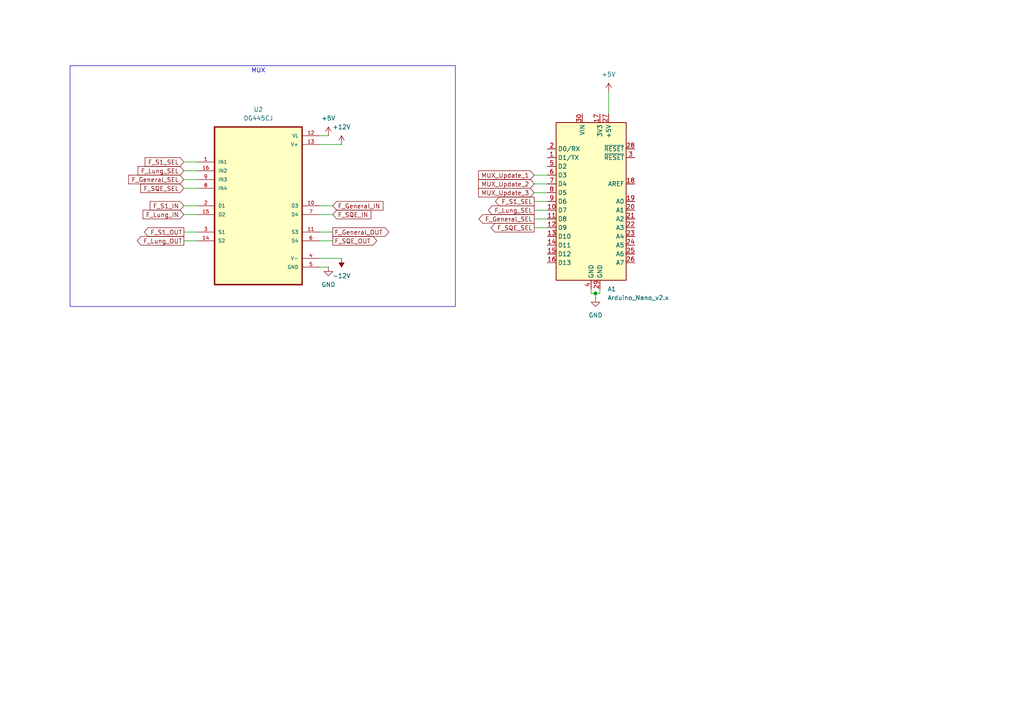
<source format=kicad_sch>
(kicad_sch (version 20231120) (generator "eeschema") (generator_version "8.0")
  (paper "A4")
  (lib_symbols
    (symbol "DG445CJ:DG445CJ" (pin_names (offset 1.016))
      (property "Reference" "U" (at -12.7 23.86 0))
      (property "Value" "DG445CJ" (at -12.7 -26.86 0))
      (symbol "DG445CJ_0_0"
        (rectangle (start -12.7 -22.86) (end 12.7 22.86) (stroke (width 0.41)) (fill (type background)))
        (pin input line (at -17.78 12.7 0) (length 5.08) (name "IN1") (number "1"))
        (pin bidirectional line (at 17.78 0 180) (length 5.08) (name "D3") (number "10"))
        (pin bidirectional line (at 17.78 -7.62 180) (length 5.08) (name "S3") (number "11"))
        (pin power_in line (at 17.78 20.32 180) (length 5.08) (name "VL") (number "12"))
        (pin power_in line (at 17.78 17.78 180) (length 5.08) (name "V+") (number "13"))
        (pin bidirectional line (at -17.78 -10.16 0) (length 5.08) (name "S2") (number "14"))
        (pin bidirectional line (at -17.78 -2.54 0) (length 5.08) (name "D2") (number "15"))
        (pin input line (at -17.78 10.16 0) (length 5.08) (name "IN2") (number "16"))
        (pin bidirectional line (at -17.78 0 0) (length 5.08) (name "D1") (number "2"))
        (pin bidirectional line (at -17.78 -7.62 0) (length 5.08) (name "S1") (number "3"))
        (pin power_in line (at 17.78 -15.24 180) (length 5.08) (name "V-") (number "4"))
        (pin power_in line (at 17.78 -17.78 180) (length 5.08) (name "GND") (number "5"))
        (pin bidirectional line (at 17.78 -10.16 180) (length 5.08) (name "S4") (number "6"))
        (pin bidirectional line (at 17.78 -2.54 180) (length 5.08) (name "D4") (number "7"))
        (pin input line (at -17.78 5.08 0) (length 5.08) (name "IN4") (number "8"))
        (pin input line (at -17.78 7.62 0) (length 5.08) (name "IN3") (number "9"))
      )
    )
    (symbol "MCU_Module:Arduino_Nano_v2.x"
      (property "Reference" "A" (at -10.16 23.495 0))
      (property "Value" "Arduino_Nano_v2.x" (at 5.08 -24.13 0))
      (symbol "Arduino_Nano_v2.x_0_1"
        (rectangle (start -10.16 22.86) (end 10.16 -22.86) (stroke (width 0.254)) (fill (type background)))
      )
      (symbol "Arduino_Nano_v2.x_1_1"
        (pin bidirectional line (at -12.7 12.7 0) (length 2.54) (name "D1/TX") (number "1"))
        (pin bidirectional line (at -12.7 -2.54 0) (length 2.54) (name "D7") (number "10"))
        (pin bidirectional line (at -12.7 -5.08 0) (length 2.54) (name "D8") (number "11"))
        (pin bidirectional line (at -12.7 -7.62 0) (length 2.54) (name "D9") (number "12"))
        (pin bidirectional line (at -12.7 -10.16 0) (length 2.54) (name "D10") (number "13"))
        (pin bidirectional line (at -12.7 -12.7 0) (length 2.54) (name "D11") (number "14"))
        (pin bidirectional line (at -12.7 -15.24 0) (length 2.54) (name "D12") (number "15"))
        (pin bidirectional line (at -12.7 -17.78 0) (length 2.54) (name "D13") (number "16"))
        (pin power_out line (at 2.54 25.4 270) (length 2.54) (name "3V3") (number "17"))
        (pin input line (at 12.7 5.08 180) (length 2.54) (name "AREF") (number "18"))
        (pin bidirectional line (at 12.7 0 180) (length 2.54) (name "A0") (number "19"))
        (pin bidirectional line (at -12.7 15.24 0) (length 2.54) (name "D0/RX") (number "2"))
        (pin bidirectional line (at 12.7 -2.54 180) (length 2.54) (name "A1") (number "20"))
        (pin bidirectional line (at 12.7 -5.08 180) (length 2.54) (name "A2") (number "21"))
        (pin bidirectional line (at 12.7 -7.62 180) (length 2.54) (name "A3") (number "22"))
        (pin bidirectional line (at 12.7 -10.16 180) (length 2.54) (name "A4") (number "23"))
        (pin bidirectional line (at 12.7 -12.7 180) (length 2.54) (name "A5") (number "24"))
        (pin bidirectional line (at 12.7 -15.24 180) (length 2.54) (name "A6") (number "25"))
        (pin bidirectional line (at 12.7 -17.78 180) (length 2.54) (name "A7") (number "26"))
        (pin power_out line (at 5.08 25.4 270) (length 2.54) (name "+5V") (number "27"))
        (pin input line (at 12.7 15.24 180) (length 2.54) (name "~{RESET}") (number "28"))
        (pin power_in line (at 2.54 -25.4 90) (length 2.54) (name "GND") (number "29"))
        (pin input line (at 12.7 12.7 180) (length 2.54) (name "~{RESET}") (number "3"))
        (pin power_in line (at -2.54 25.4 270) (length 2.54) (name "VIN") (number "30"))
        (pin power_in line (at 0 -25.4 90) (length 2.54) (name "GND") (number "4"))
        (pin bidirectional line (at -12.7 10.16 0) (length 2.54) (name "D2") (number "5"))
        (pin bidirectional line (at -12.7 7.62 0) (length 2.54) (name "D3") (number "6"))
        (pin bidirectional line (at -12.7 5.08 0) (length 2.54) (name "D4") (number "7"))
        (pin bidirectional line (at -12.7 2.54 0) (length 2.54) (name "D5") (number "8"))
        (pin bidirectional line (at -12.7 0 0) (length 2.54) (name "D6") (number "9"))
      )
    )
    (symbol "power:+12V" (power) (pin_numbers hide) (pin_names (offset 0) hide)
      (property "Value" "+12V" (at 0 3.556 0))
      (symbol "+12V_0_1"
        (polyline (pts (xy -0.762 1.27) (xy 0 2.54)))
        (polyline (pts (xy 0 0) (xy 0 2.54)))
        (polyline (pts (xy 0 2.54) (xy 0.762 1.27)))
      )
      (symbol "+12V_1_1"
        (pin power_in line (at 0 0 90) (length 0) (name "~") (number "1"))
      )
    )
    (symbol "power:+5V" (power) (pin_numbers hide) (pin_names (offset 0) hide)
      (property "Value" "+5V" (at 0 3.556 0))
      (symbol "+5V_0_1"
        (polyline (pts (xy -0.762 1.27) (xy 0 2.54)))
        (polyline (pts (xy 0 0) (xy 0 2.54)))
        (polyline (pts (xy 0 2.54) (xy 0.762 1.27)))
      )
      (symbol "+5V_1_1"
        (pin power_in line (at 0 0 90) (length 0) (name "~") (number "1"))
      )
    )
    (symbol "power:-12V" (power) (pin_numbers hide) (pin_names (offset 0) hide)
      (property "Value" "-12V" (at 0 3.556 0))
      (symbol "-12V_0_0"
        (pin power_in line (at 0 0 90) (length 0) (name "~") (number "1"))
      )
      (symbol "-12V_0_1"
        (polyline (pts (xy 0 0) (xy 0 1.27) (xy 0.762 1.27) (xy 0 2.54) (xy -0.762 1.27) (xy 0 1.27)) (fill (type outline)))
      )
    )
    (symbol "power:GND" (power) (pin_numbers hide) (pin_names (offset 0) hide)
      (property "Value" "GND" (at 0 -3.81 0))
      (symbol "GND_0_1"
        (polyline (pts (xy 0 0) (xy 0 -1.27) (xy 1.27 -1.27) (xy 0 -2.54) (xy -1.27 -1.27) (xy 0 -1.27)))
      )
      (symbol "GND_1_1"
        (pin power_in line (at 0 0 270) (length 0) (name "~") (number "1"))
      )
    )
  )
  (junction (at 172.72 85.09))
  (wire (pts (xy 154.94 58.42) (xy 158.75 58.42)))
  (wire (pts (xy 154.94 53.34) (xy 158.75 53.34)))
  (wire (pts (xy 53.34 69.85) (xy 57.15 69.85)))
  (wire (pts (xy 92.71 77.47) (xy 95.25 77.47)))
  (wire (pts (xy 154.94 66.04) (xy 158.75 66.04)))
  (wire (pts (xy 172.72 85.09) (xy 171.45 85.09)))
  (wire (pts (xy 92.71 62.23) (xy 96.52 62.23)))
  (wire (pts (xy 92.71 41.91) (xy 99.06 41.91)))
  (wire (pts (xy 154.94 63.5) (xy 158.75 63.5)))
  (wire (pts (xy 173.99 83.82) (xy 173.99 85.09)))
  (wire (pts (xy 92.71 59.69) (xy 96.52 59.69)))
  (wire (pts (xy 92.71 39.37) (xy 95.25 39.37)))
  (wire (pts (xy 53.34 49.53) (xy 57.15 49.53)))
  (wire (pts (xy 92.71 69.85) (xy 96.52 69.85)))
  (wire (pts (xy 53.34 67.31) (xy 57.15 67.31)))
  (wire (pts (xy 154.94 60.96) (xy 158.75 60.96)))
  (wire (pts (xy 154.94 55.88) (xy 158.75 55.88)))
  (wire (pts (xy 172.72 85.09) (xy 173.99 85.09)))
  (wire (pts (xy 171.45 83.82) (xy 171.45 85.09)))
  (wire (pts (xy 92.71 74.93) (xy 99.06 74.93)))
  (wire (pts (xy 176.53 26.67) (xy 176.53 33.02)))
  (wire (pts (xy 53.34 62.23) (xy 57.15 62.23)))
  (wire (pts (xy 53.34 59.69) (xy 57.15 59.69)))
  (wire (pts (xy 53.34 54.61) (xy 57.15 54.61)))
  (wire (pts (xy 154.94 50.8) (xy 158.75 50.8)))
  (wire (pts (xy 172.72 86.36) (xy 172.72 85.09)))
  (wire (pts (xy 92.71 67.31) (xy 96.52 67.31)))
  (wire (pts (xy 53.34 52.07) (xy 57.15 52.07)))
  (wire (pts (xy 53.34 46.99) (xy 57.15 46.99)))
  (rectangle (start 20.32 19.05) (end 132.08 88.9))
  (text "MUX" (at 74.93 20.574 0) (effects (font (size 1.27 1.27))))
  (global_label "F_General_SEL" (shape output) (at 154.94 63.5 180) (property "Intersheetrefs" "${INTERSHEET_REFS}" (effects (hide yes))))
  (global_label "F_S1_OUT" (shape output) (at 53.34 67.31 180) (property "Intersheetrefs" "${INTERSHEET_REFS}" (effects (hide yes))))
  (global_label "F_SQE_OUT" (shape output) (at 96.52 69.85 0) (property "Intersheetrefs" "${INTERSHEET_REFS}" (effects (hide yes))))
  (global_label "F_General_OUT" (shape output) (at 96.52 67.31 0) (property "Intersheetrefs" "${INTERSHEET_REFS}" (effects (hide yes))))
  (global_label "F_SQE_IN" (shape input) (at 96.52 62.23 0) (property "Intersheetrefs" "${INTERSHEET_REFS}" (effects (hide yes))))
  (global_label "F_S1_IN" (shape input) (at 53.34 59.69 180) (property "Intersheetrefs" "${INTERSHEET_REFS}" (effects (hide yes))))
  (global_label "F_General_SEL" (shape input) (at 53.34 52.07 180) (property "Intersheetrefs" "${INTERSHEET_REFS}" (effects (hide yes))))
  (global_label "F_S1_SEL" (shape input) (at 53.34 46.99 180) (property "Intersheetrefs" "${INTERSHEET_REFS}" (effects (hide yes))))
  (global_label "F_SQE_SEL" (shape output) (at 154.94 66.04 180) (property "Intersheetrefs" "${INTERSHEET_REFS}" (effects (hide yes))))
  (global_label "F_S1_SEL" (shape output) (at 154.94 58.42 180) (property "Intersheetrefs" "${INTERSHEET_REFS}" (effects (hide yes))))
  (global_label "F_SQE_SEL" (shape input) (at 53.34 54.61 180) (property "Intersheetrefs" "${INTERSHEET_REFS}" (effects (hide yes))))
  (global_label "MUX_Update_3" (shape input) (at 154.94 55.88 180) (property "Intersheetrefs" "${INTERSHEET_REFS}" (effects (hide yes))))
  (global_label "F_General_IN" (shape input) (at 96.52 59.69 0) (property "Intersheetrefs" "${INTERSHEET_REFS}" (effects (hide yes))))
  (global_label "F_Lung_SEL" (shape input) (at 53.34 49.53 180) (property "Intersheetrefs" "${INTERSHEET_REFS}" (effects (hide yes))))
  (global_label "MUX_Update_2" (shape input) (at 154.94 53.34 180) (property "Intersheetrefs" "${INTERSHEET_REFS}" (effects (hide yes))))
  (global_label "F_Lung_SEL" (shape output) (at 154.94 60.96 180) (property "Intersheetrefs" "${INTERSHEET_REFS}" (effects (hide yes))))
  (global_label "MUX_Update_1" (shape input) (at 154.94 50.8 180) (property "Intersheetrefs" "${INTERSHEET_REFS}" (effects (hide yes))))
  (global_label "F_Lung_IN" (shape input) (at 53.34 62.23 180) (property "Intersheetrefs" "${INTERSHEET_REFS}" (effects (hide yes))))
  (global_label "F_Lung_OUT" (shape output) (at 53.34 69.85 180) (property "Intersheetrefs" "${INTERSHEET_REFS}" (effects (hide yes))))
  (symbol (lib_id "DG445CJ:DG445CJ") (at 74.93 59.69 0) (unit 1)
    (property "Reference" "U2" (at 74.93 31.75 0))
    (property "Value" "DG445CJ" (at 74.93 34.29 0))
    (property "Footprint" "DG445CJ:DIP794W47P254L1943H457Q16" (effects (hide yes)))
    (property "MF" "Analog Devices" (effects (hide yes)))
    (property "Description_1" "\n4 Circuit IC Switch 1:1 85Ohm 16-PDIP\n" (effects (hide yes)))
    (property "Package" "DIP-16 Intersil" (effects (hide yes)))
    (property "Price" "None" (effects (hide yes)))
    (property "SnapEDA_Link" "https://www.snapeda.com/parts/DG445CJ/Analog+Devices/view-part/?ref=snap" (effects (hide yes)))
    (property "MP" "DG445CJ" (effects (hide yes)))
    (property "Purchase-URL" "https://www.snapeda.com/api/url_track_click_mouser/?unipart_id=5832316&manufacturer=Analog Devices&part_name=DG445CJ&search_term=dg445" (effects (hide yes)))
    (property "Availability" "In Stock" (effects (hide yes)))
    (property "Check_prices" "https://www.snapeda.com/parts/DG445CJ/Analog+Devices/view-part/?ref=eda" (effects (hide yes)))
  )
  (symbol (lib_id "MCU_Module:Arduino_Nano_v2.x") (at 171.45 58.42 0) (unit 1)
    (property "Reference" "A1" (at 176.1841 83.82 0) (effects (justify left)))
    (property "Value" "Arduino_Nano_v2.x" (at 176.1841 86.36 0) (effects (justify left)))
    (property "Footprint" "Module:Arduino_Nano" (effects (hide yes)))
    (property "Datasheet" "https://www.arduino.cc/en/uploads/Main/ArduinoNanoManual23.pdf" (effects (hide yes)))
    (property "Description" "Arduino Nano v2.x" (effects (hide yes)))
  )
  (symbol (lib_id "power:+5V") (at 176.53 26.67 0) (unit 1)
    (property "Reference" "#PWR01" (effects (hide yes)))
    (property "Value" "+5V" (at 176.53 21.59 0))
    (property "Description" "Power symbol creates a global label with name \"+5V\"" (effects (hide yes)))
  )
  (symbol (lib_id "power:-12V") (at 99.06 74.93 180) (unit 1)
    (property "Reference" "#PWR04" (effects (hide yes)))
    (property "Value" "-12V" (at 99.06 80.01 0))
    (property "Description" "Power symbol creates a global label with name \"-12V\"" (effects (hide yes)))
  )
  (symbol (lib_id "power:+5V") (at 95.25 39.37 0) (unit 1)
    (property "Reference" "#PWR03" (effects (hide yes)))
    (property "Value" "+5V" (at 95.25 34.29 0))
    (property "Description" "Power symbol creates a global label with name \"+5V\"" (effects (hide yes)))
  )
  (symbol (lib_id "power:+12V") (at 99.06 41.91 0) (unit 1)
    (property "Reference" "#PWR02" (effects (hide yes)))
    (property "Value" "+12V" (at 99.06 36.83 0))
    (property "Description" "Power symbol creates a global label with name \"+12V\"" (effects (hide yes)))
  )
  (symbol (lib_id "power:GND") (at 172.72 86.36 0) (unit 1)
    (property "Reference" "#PWR06" (effects (hide yes)))
    (property "Value" "GND" (at 172.72 91.44 0))
    (property "Description" "Power symbol creates a global label with name \"GND\" , ground" (effects (hide yes)))
  )
  (symbol (lib_id "power:GND") (at 95.25 77.47 0) (unit 1)
    (property "Reference" "#PWR05" (effects (hide yes)))
    (property "Value" "GND" (at 95.25 82.55 0))
    (property "Description" "Power symbol creates a global label with name \"GND\" , ground" (effects (hide yes)))
  )
)
</source>
